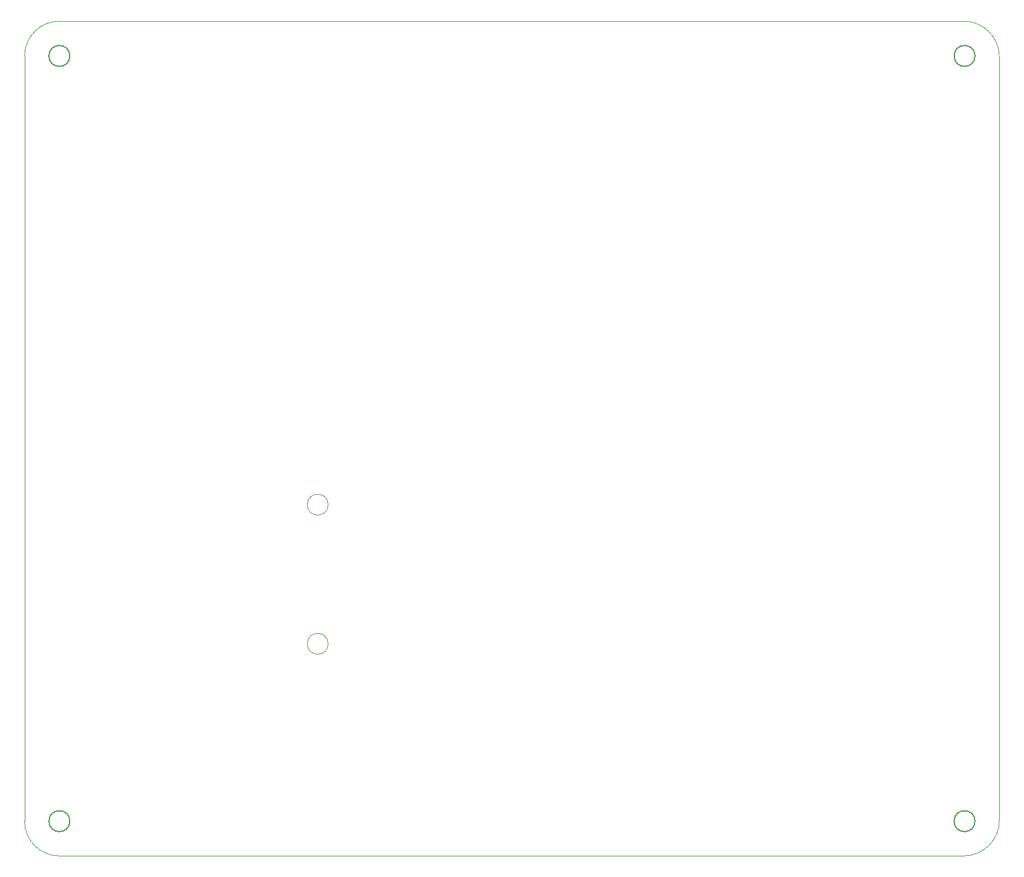
<source format=gbr>
%TF.GenerationSoftware,KiCad,Pcbnew,9.0.2*%
%TF.CreationDate,2025-06-17T12:09:41-05:00*%
%TF.ProjectId,board,626f6172-642e-46b6-9963-61645f706362,rev?*%
%TF.SameCoordinates,Original*%
%TF.FileFunction,Profile,NP*%
%FSLAX46Y46*%
G04 Gerber Fmt 4.6, Leading zero omitted, Abs format (unit mm)*
G04 Created by KiCad (PCBNEW 9.0.2) date 2025-06-17 12:09:41*
%MOMM*%
%LPD*%
G01*
G04 APERTURE LIST*
%TA.AperFunction,Profile*%
%ADD10C,0.050000*%
%TD*%
%TA.AperFunction,Profile*%
%ADD11C,0.127000*%
%TD*%
%TA.AperFunction,Profile*%
%ADD12C,0.101600*%
%TD*%
G04 APERTURE END LIST*
D10*
X78501100Y-50003600D02*
X78501100Y-160003600D01*
X83501100Y-165003600D02*
G75*
G02*
X78501100Y-160003600I0J5000000D01*
G01*
X83501100Y-165003600D02*
X213379787Y-165003600D01*
X218501100Y-159882289D02*
G75*
G02*
X213379787Y-165003600I-5121312J1D01*
G01*
X218501100Y-159882288D02*
X218501100Y-50124913D01*
X213379787Y-45003600D02*
G75*
G02*
X218501100Y-50124913I0J-5121313D01*
G01*
X213379787Y-45003600D02*
X83501100Y-45003600D01*
X78501100Y-50003600D02*
G75*
G02*
X83501100Y-45003600I5000000J0D01*
G01*
D11*
X85001100Y-50003600D02*
G75*
G02*
X82001100Y-50003600I-1500000J0D01*
G01*
X82001100Y-50003600D02*
G75*
G02*
X85001100Y-50003600I1500000J0D01*
G01*
X215001100Y-50003600D02*
G75*
G02*
X212001100Y-50003600I-1500000J0D01*
G01*
X212001100Y-50003600D02*
G75*
G02*
X215001100Y-50003600I1500000J0D01*
G01*
X85001100Y-160003600D02*
G75*
G02*
X82001100Y-160003600I-1500000J0D01*
G01*
X82001100Y-160003600D02*
G75*
G02*
X85001100Y-160003600I1500000J0D01*
G01*
X215001100Y-160003600D02*
G75*
G02*
X212001100Y-160003600I-1500000J0D01*
G01*
X212001100Y-160003600D02*
G75*
G02*
X215001100Y-160003600I1500000J0D01*
G01*
D12*
X122101100Y-114503600D02*
G75*
G02*
X119101100Y-114503600I-1500000J0D01*
G01*
X119101100Y-114503600D02*
G75*
G02*
X122101100Y-114503600I1500000J0D01*
G01*
X122101100Y-134503600D02*
G75*
G02*
X119101100Y-134503600I-1500000J0D01*
G01*
X119101100Y-134503600D02*
G75*
G02*
X122101100Y-134503600I1500000J0D01*
G01*
M02*

</source>
